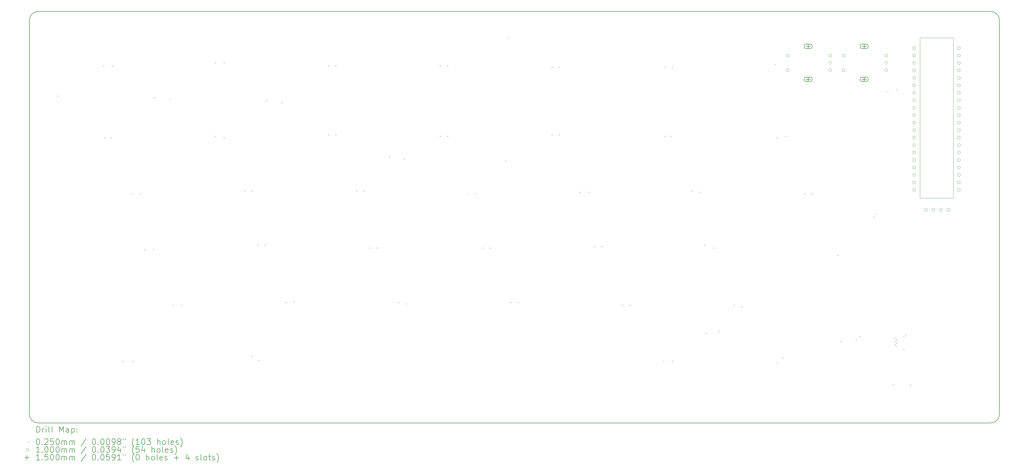
<source format=gbr>
%TF.GenerationSoftware,KiCad,Pcbnew,6.0.11-2627ca5db0~126~ubuntu22.04.1*%
%TF.CreationDate,2023-04-02T11:01:53+08:00*%
%TF.ProjectId,explorekb75,6578706c-6f72-4656-9b62-37352e6b6963,rev?*%
%TF.SameCoordinates,Original*%
%TF.FileFunction,Drillmap*%
%TF.FilePolarity,Positive*%
%FSLAX45Y45*%
G04 Gerber Fmt 4.5, Leading zero omitted, Abs format (unit mm)*
G04 Created by KiCad (PCBNEW 6.0.11-2627ca5db0~126~ubuntu22.04.1) date 2023-04-02 11:01:53*
%MOMM*%
%LPD*%
G01*
G04 APERTURE LIST*
%ADD10C,0.200000*%
%ADD11C,0.100000*%
%ADD12C,0.025000*%
%ADD13C,0.150000*%
G04 APERTURE END LIST*
D10*
X39300000Y-20000000D02*
G75*
G03*
X39600000Y-19700000I0J300000D01*
G01*
X39300000Y-20000000D02*
X6900000Y-20000000D01*
X6600000Y-19700000D02*
G75*
G03*
X6900000Y-20000000I300000J0D01*
G01*
X39600000Y-6300000D02*
G75*
G03*
X39300000Y-6000000I-300000J0D01*
G01*
D11*
X38030000Y-12350000D02*
X36900000Y-12350000D01*
X36900000Y-12350000D02*
X36900000Y-6900000D01*
X36900000Y-6900000D02*
X38030000Y-6900000D01*
X38030000Y-6900000D02*
X38030000Y-12350000D01*
D10*
X39600000Y-6300000D02*
X39600000Y-19700000D01*
X6600000Y-19700000D02*
X6600000Y-6300000D01*
X6900000Y-6000000D02*
X39300000Y-6000000D01*
X6900000Y-6000000D02*
G75*
G03*
X6600000Y-6300000I0J-300000D01*
G01*
D12*
X7560248Y-8862252D02*
X7585248Y-8887252D01*
X7585248Y-8862252D02*
X7560248Y-8887252D01*
X9116249Y-7835000D02*
X9141249Y-7860000D01*
X9141249Y-7835000D02*
X9116249Y-7860000D01*
X9166249Y-10285000D02*
X9191249Y-10310000D01*
X9191249Y-10285000D02*
X9166249Y-10310000D01*
X9366249Y-10285000D02*
X9391249Y-10310000D01*
X9391249Y-10285000D02*
X9366249Y-10310000D01*
X9416249Y-7835000D02*
X9441249Y-7860000D01*
X9441249Y-7835000D02*
X9416249Y-7860000D01*
X9766249Y-17885000D02*
X9791249Y-17910000D01*
X9791249Y-17885000D02*
X9766249Y-17910000D01*
X10066249Y-12185000D02*
X10091249Y-12210000D01*
X10091249Y-12185000D02*
X10066249Y-12210000D01*
X10116249Y-17885000D02*
X10141249Y-17910000D01*
X10141249Y-17885000D02*
X10116249Y-17910000D01*
X10366249Y-12185000D02*
X10391249Y-12210000D01*
X10391249Y-12185000D02*
X10366249Y-12210000D01*
X10516249Y-14085000D02*
X10541249Y-14110000D01*
X10541249Y-14085000D02*
X10516249Y-14110000D01*
X10816249Y-14085000D02*
X10841249Y-14110000D01*
X10841249Y-14085000D02*
X10816249Y-14110000D01*
X10851839Y-8919339D02*
X10876839Y-8944339D01*
X10876839Y-8919339D02*
X10851839Y-8944339D01*
X11370248Y-8977252D02*
X11395248Y-9002252D01*
X11395248Y-8977252D02*
X11370248Y-9002252D01*
X11466248Y-15985000D02*
X11491248Y-16010000D01*
X11491248Y-15985000D02*
X11466248Y-16010000D01*
X11766248Y-15985000D02*
X11791248Y-16010000D01*
X11791248Y-15985000D02*
X11766248Y-16010000D01*
X12916248Y-7735000D02*
X12941248Y-7760000D01*
X12941248Y-7735000D02*
X12916248Y-7760000D01*
X12916248Y-10235000D02*
X12941248Y-10260000D01*
X12941248Y-10235000D02*
X12916248Y-10260000D01*
X13216248Y-7735000D02*
X13241248Y-7760000D01*
X13241248Y-7735000D02*
X13216248Y-7760000D01*
X13216248Y-10285000D02*
X13241248Y-10310000D01*
X13241248Y-10285000D02*
X13216248Y-10310000D01*
X13916248Y-12085000D02*
X13941248Y-12110000D01*
X13941248Y-12085000D02*
X13916248Y-12110000D01*
X14166248Y-12085000D02*
X14191248Y-12110000D01*
X14191248Y-12085000D02*
X14166248Y-12110000D01*
X14171873Y-17729375D02*
X14196873Y-17754375D01*
X14196873Y-17729375D02*
X14171873Y-17754375D01*
X14366248Y-13935000D02*
X14391248Y-13960000D01*
X14391248Y-13935000D02*
X14366248Y-13960000D01*
X14391248Y-17860000D02*
X14416248Y-17885000D01*
X14416248Y-17860000D02*
X14391248Y-17885000D01*
X14616248Y-13935000D02*
X14641248Y-13960000D01*
X14641248Y-13935000D02*
X14616248Y-13960000D01*
X14661839Y-9033161D02*
X14686839Y-9058161D01*
X14686839Y-9033161D02*
X14661839Y-9058161D01*
X15180248Y-9087450D02*
X15205248Y-9112450D01*
X15205248Y-9087450D02*
X15180248Y-9112450D01*
X15316248Y-15885000D02*
X15341248Y-15910000D01*
X15341248Y-15885000D02*
X15316248Y-15910000D01*
X15591248Y-15860000D02*
X15616248Y-15885000D01*
X15616248Y-15860000D02*
X15591248Y-15885000D01*
X16766248Y-7835000D02*
X16791249Y-7860000D01*
X16791249Y-7835000D02*
X16766248Y-7860000D01*
X16766248Y-10185000D02*
X16791249Y-10210000D01*
X16791249Y-10185000D02*
X16766248Y-10210000D01*
X17016249Y-7835000D02*
X17041249Y-7860000D01*
X17041249Y-7835000D02*
X17016249Y-7860000D01*
X17016249Y-10185000D02*
X17041249Y-10210000D01*
X17041249Y-10185000D02*
X17016249Y-10210000D01*
X17716249Y-12085000D02*
X17741249Y-12110000D01*
X17741249Y-12085000D02*
X17716249Y-12110000D01*
X17966249Y-12085000D02*
X17991249Y-12110000D01*
X17991249Y-12085000D02*
X17966249Y-12110000D01*
X18166249Y-14035000D02*
X18191249Y-14060000D01*
X18191249Y-14035000D02*
X18166249Y-14060000D01*
X18416249Y-14035000D02*
X18441249Y-14060000D01*
X18441249Y-14035000D02*
X18416249Y-14060000D01*
X18837249Y-10937751D02*
X18862249Y-10962751D01*
X18862249Y-10937751D02*
X18837249Y-10962751D01*
X19166249Y-15885000D02*
X19191249Y-15910000D01*
X19191249Y-15885000D02*
X19166249Y-15910000D01*
X19340624Y-11009376D02*
X19365624Y-11034376D01*
X19365624Y-11009376D02*
X19340624Y-11034376D01*
X19416249Y-15935000D02*
X19441249Y-15960000D01*
X19441249Y-15935000D02*
X19416249Y-15960000D01*
X20566249Y-7835000D02*
X20591249Y-7860000D01*
X20591249Y-7835000D02*
X20566249Y-7860000D01*
X20566249Y-10235000D02*
X20591249Y-10260000D01*
X20591249Y-10235000D02*
X20566249Y-10260000D01*
X20816249Y-7835000D02*
X20841249Y-7860000D01*
X20841249Y-7835000D02*
X20816249Y-7860000D01*
X20816249Y-10235000D02*
X20841249Y-10260000D01*
X20841249Y-10235000D02*
X20816249Y-10260000D01*
X21516249Y-12185000D02*
X21541249Y-12210000D01*
X21541249Y-12185000D02*
X21516249Y-12210000D01*
X21766249Y-12185000D02*
X21791249Y-12210000D01*
X21791249Y-12185000D02*
X21766249Y-12210000D01*
X22016249Y-14035000D02*
X22041249Y-14060000D01*
X22041249Y-14035000D02*
X22016249Y-14060000D01*
X22266249Y-14035000D02*
X22291249Y-14060000D01*
X22291249Y-14035000D02*
X22266249Y-14060000D01*
X22792249Y-11082751D02*
X22817249Y-11107751D01*
X22817249Y-11082751D02*
X22792249Y-11107751D01*
X22887500Y-6887500D02*
X22912500Y-6912500D01*
X22912500Y-6887500D02*
X22887500Y-6912500D01*
X22966248Y-15885000D02*
X22991248Y-15910000D01*
X22991248Y-15885000D02*
X22966248Y-15910000D01*
X23216248Y-15885000D02*
X23241248Y-15910000D01*
X23241248Y-15885000D02*
X23216248Y-15910000D01*
X24366248Y-7885000D02*
X24391248Y-7910000D01*
X24391248Y-7885000D02*
X24366248Y-7910000D01*
X24366248Y-10185000D02*
X24391248Y-10210000D01*
X24391248Y-10185000D02*
X24366248Y-10210000D01*
X24616248Y-7885000D02*
X24641248Y-7910000D01*
X24641248Y-7885000D02*
X24616248Y-7910000D01*
X24616248Y-10185000D02*
X24641248Y-10210000D01*
X24641248Y-10185000D02*
X24616248Y-10210000D01*
X25316248Y-12135000D02*
X25341248Y-12160000D01*
X25341248Y-12135000D02*
X25316248Y-12160000D01*
X25616248Y-12135000D02*
X25641248Y-12160000D01*
X25641248Y-12135000D02*
X25616248Y-12160000D01*
X25816248Y-13985000D02*
X25841248Y-14010000D01*
X25841248Y-13985000D02*
X25816248Y-14010000D01*
X26066248Y-13985000D02*
X26091248Y-14010000D01*
X26091248Y-13985000D02*
X26066248Y-14010000D01*
X26766248Y-15985000D02*
X26791248Y-16010000D01*
X26791248Y-15985000D02*
X26766248Y-16010000D01*
X27016248Y-15985000D02*
X27041248Y-16010000D01*
X27041248Y-15985000D02*
X27016248Y-16010000D01*
X28166248Y-17885000D02*
X28191248Y-17910000D01*
X28191248Y-17885000D02*
X28166248Y-17910000D01*
X28216248Y-7885000D02*
X28241248Y-7910000D01*
X28241248Y-7885000D02*
X28216248Y-7910000D01*
X28216248Y-10235000D02*
X28241248Y-10260000D01*
X28241248Y-10235000D02*
X28216248Y-10260000D01*
X28416248Y-10235000D02*
X28441248Y-10260000D01*
X28441248Y-10235000D02*
X28416248Y-10260000D01*
X28466248Y-7885000D02*
X28491248Y-7910000D01*
X28491248Y-7885000D02*
X28466248Y-7910000D01*
X28466248Y-17885000D02*
X28491248Y-17910000D01*
X28491248Y-17885000D02*
X28466248Y-17910000D01*
X29116248Y-12085000D02*
X29141248Y-12110000D01*
X29141248Y-12085000D02*
X29116248Y-12110000D01*
X29416248Y-12135000D02*
X29441248Y-12160000D01*
X29441248Y-12135000D02*
X29416248Y-12160000D01*
X29566248Y-13935000D02*
X29591248Y-13960000D01*
X29591248Y-13935000D02*
X29566248Y-13960000D01*
X29613248Y-16935000D02*
X29638248Y-16960000D01*
X29638248Y-16935000D02*
X29613248Y-16960000D01*
X29866248Y-14035000D02*
X29891248Y-14060000D01*
X29891248Y-14035000D02*
X29866248Y-14060000D01*
X30053124Y-16871876D02*
X30078124Y-16896876D01*
X30078124Y-16871876D02*
X30053124Y-16896876D01*
X30566248Y-15985000D02*
X30591248Y-16010000D01*
X30591248Y-15985000D02*
X30566248Y-16010000D01*
X30816248Y-16035000D02*
X30841248Y-16060000D01*
X30841248Y-16035000D02*
X30816248Y-16060000D01*
X31966248Y-7785000D02*
X31991248Y-7810000D01*
X31991248Y-7785000D02*
X31966248Y-7810000D01*
X32016248Y-10285000D02*
X32041248Y-10310000D01*
X32041248Y-10285000D02*
X32016248Y-10310000D01*
X32031248Y-17935000D02*
X32056248Y-17960000D01*
X32056248Y-17935000D02*
X32031248Y-17960000D01*
X32216248Y-17785000D02*
X32241248Y-17810000D01*
X32241248Y-17785000D02*
X32216248Y-17810000D01*
X32316248Y-10235000D02*
X32341248Y-10260000D01*
X32341248Y-10235000D02*
X32316248Y-10260000D01*
X32966248Y-12185000D02*
X32991248Y-12210000D01*
X32991248Y-12185000D02*
X32966248Y-12210000D01*
X33216248Y-12185000D02*
X33241248Y-12210000D01*
X33241248Y-12185000D02*
X33216248Y-12210000D01*
X34082500Y-14282500D02*
X34107500Y-14307500D01*
X34107500Y-14282500D02*
X34082500Y-14307500D01*
X34192749Y-17212600D02*
X34217749Y-17237600D01*
X34217749Y-17212600D02*
X34192749Y-17237600D01*
X34712749Y-17155150D02*
X34737749Y-17180150D01*
X34737749Y-17155150D02*
X34712749Y-17180150D01*
X34837500Y-17037500D02*
X34862500Y-17062500D01*
X34862500Y-17037500D02*
X34837500Y-17062500D01*
X35316249Y-12985000D02*
X35341249Y-13010000D01*
X35341249Y-12985000D02*
X35316249Y-13010000D01*
X35373699Y-12887500D02*
X35398699Y-12912500D01*
X35398699Y-12887500D02*
X35373699Y-12912500D01*
X35787500Y-8712500D02*
X35812500Y-8737500D01*
X35812500Y-8712500D02*
X35787500Y-8737500D01*
X35966249Y-18685000D02*
X35991249Y-18710000D01*
X35991249Y-18685000D02*
X35966249Y-18710000D01*
X36023256Y-17097700D02*
X36048256Y-17122700D01*
X36048256Y-17097700D02*
X36023256Y-17122700D01*
X36037500Y-17212600D02*
X36062500Y-17237600D01*
X36062500Y-17212600D02*
X36037500Y-17237600D01*
X36037500Y-17330050D02*
X36062500Y-17355050D01*
X36062500Y-17330050D02*
X36037500Y-17355050D01*
X36087500Y-8637500D02*
X36112500Y-8662500D01*
X36112500Y-8637500D02*
X36087500Y-8662500D01*
X36087500Y-17387500D02*
X36112500Y-17412500D01*
X36112500Y-17387500D02*
X36087500Y-17412500D01*
X36088189Y-17270050D02*
X36113189Y-17295050D01*
X36113189Y-17270050D02*
X36088189Y-17295050D01*
X36089494Y-17155150D02*
X36114494Y-17180150D01*
X36114494Y-17155150D02*
X36089494Y-17180150D01*
X36337500Y-17037500D02*
X36362500Y-17062500D01*
X36362500Y-17037500D02*
X36337500Y-17062500D01*
X36337500Y-17487500D02*
X36362500Y-17512500D01*
X36362500Y-17487500D02*
X36337500Y-17512500D01*
X36394950Y-16980050D02*
X36419950Y-17005050D01*
X36419950Y-16980050D02*
X36394950Y-17005050D01*
X36566249Y-18685000D02*
X36591249Y-18710000D01*
X36591249Y-18685000D02*
X36566249Y-18710000D01*
D11*
X32443748Y-7497500D02*
G75*
G03*
X32443748Y-7497500I-50000J0D01*
G01*
X32443748Y-7997500D02*
G75*
G03*
X32443748Y-7997500I-50000J0D01*
G01*
X33893749Y-7497500D02*
G75*
G03*
X33893749Y-7497500I-50000J0D01*
G01*
X33893749Y-7747500D02*
G75*
G03*
X33893749Y-7747500I-50000J0D01*
G01*
X33893749Y-7997500D02*
G75*
G03*
X33893749Y-7997500I-50000J0D01*
G01*
X34348749Y-7497500D02*
G75*
G03*
X34348749Y-7497500I-50000J0D01*
G01*
X34348749Y-7997500D02*
G75*
G03*
X34348749Y-7997500I-50000J0D01*
G01*
X35798749Y-7497500D02*
G75*
G03*
X35798749Y-7497500I-50000J0D01*
G01*
X35798749Y-7747500D02*
G75*
G03*
X35798749Y-7747500I-50000J0D01*
G01*
X35798749Y-7997500D02*
G75*
G03*
X35798749Y-7997500I-50000J0D01*
G01*
X36750500Y-7244500D02*
G75*
G03*
X36750500Y-7244500I-50000J0D01*
G01*
X36750500Y-7498500D02*
G75*
G03*
X36750500Y-7498500I-50000J0D01*
G01*
X36750500Y-7752500D02*
G75*
G03*
X36750500Y-7752500I-50000J0D01*
G01*
X36750500Y-8006500D02*
G75*
G03*
X36750500Y-8006500I-50000J0D01*
G01*
X36750500Y-8260500D02*
G75*
G03*
X36750500Y-8260500I-50000J0D01*
G01*
X36750500Y-8514500D02*
G75*
G03*
X36750500Y-8514500I-50000J0D01*
G01*
X36750500Y-8768500D02*
G75*
G03*
X36750500Y-8768500I-50000J0D01*
G01*
X36750500Y-9022500D02*
G75*
G03*
X36750500Y-9022500I-50000J0D01*
G01*
X36750500Y-9276500D02*
G75*
G03*
X36750500Y-9276500I-50000J0D01*
G01*
X36750500Y-9530500D02*
G75*
G03*
X36750500Y-9530500I-50000J0D01*
G01*
X36750500Y-9784500D02*
G75*
G03*
X36750500Y-9784500I-50000J0D01*
G01*
X36750500Y-10038500D02*
G75*
G03*
X36750500Y-10038500I-50000J0D01*
G01*
X36750500Y-10292500D02*
G75*
G03*
X36750500Y-10292500I-50000J0D01*
G01*
X36750500Y-10546500D02*
G75*
G03*
X36750500Y-10546500I-50000J0D01*
G01*
X36750500Y-10800500D02*
G75*
G03*
X36750500Y-10800500I-50000J0D01*
G01*
X36750500Y-11054500D02*
G75*
G03*
X36750500Y-11054500I-50000J0D01*
G01*
X36750500Y-11308500D02*
G75*
G03*
X36750500Y-11308500I-50000J0D01*
G01*
X36750500Y-11562500D02*
G75*
G03*
X36750500Y-11562500I-50000J0D01*
G01*
X36750500Y-11816500D02*
G75*
G03*
X36750500Y-11816500I-50000J0D01*
G01*
X36750500Y-12070500D02*
G75*
G03*
X36750500Y-12070500I-50000J0D01*
G01*
X37150000Y-12750000D02*
G75*
G03*
X37150000Y-12750000I-50000J0D01*
G01*
X37404000Y-12750000D02*
G75*
G03*
X37404000Y-12750000I-50000J0D01*
G01*
X37658000Y-12750000D02*
G75*
G03*
X37658000Y-12750000I-50000J0D01*
G01*
X37912000Y-12750000D02*
G75*
G03*
X37912000Y-12750000I-50000J0D01*
G01*
X38274500Y-7244500D02*
G75*
G03*
X38274500Y-7244500I-50000J0D01*
G01*
X38274500Y-7498500D02*
G75*
G03*
X38274500Y-7498500I-50000J0D01*
G01*
X38274500Y-7752500D02*
G75*
G03*
X38274500Y-7752500I-50000J0D01*
G01*
X38274500Y-8006500D02*
G75*
G03*
X38274500Y-8006500I-50000J0D01*
G01*
X38274500Y-8260500D02*
G75*
G03*
X38274500Y-8260500I-50000J0D01*
G01*
X38274500Y-8514500D02*
G75*
G03*
X38274500Y-8514500I-50000J0D01*
G01*
X38274500Y-8768500D02*
G75*
G03*
X38274500Y-8768500I-50000J0D01*
G01*
X38274500Y-9022500D02*
G75*
G03*
X38274500Y-9022500I-50000J0D01*
G01*
X38274500Y-9276500D02*
G75*
G03*
X38274500Y-9276500I-50000J0D01*
G01*
X38274500Y-9530500D02*
G75*
G03*
X38274500Y-9530500I-50000J0D01*
G01*
X38274500Y-9784500D02*
G75*
G03*
X38274500Y-9784500I-50000J0D01*
G01*
X38274500Y-10038500D02*
G75*
G03*
X38274500Y-10038500I-50000J0D01*
G01*
X38274500Y-10292500D02*
G75*
G03*
X38274500Y-10292500I-50000J0D01*
G01*
X38274500Y-10546500D02*
G75*
G03*
X38274500Y-10546500I-50000J0D01*
G01*
X38274500Y-10800500D02*
G75*
G03*
X38274500Y-10800500I-50000J0D01*
G01*
X38274500Y-11054500D02*
G75*
G03*
X38274500Y-11054500I-50000J0D01*
G01*
X38274500Y-11308500D02*
G75*
G03*
X38274500Y-11308500I-50000J0D01*
G01*
X38274500Y-11562500D02*
G75*
G03*
X38274500Y-11562500I-50000J0D01*
G01*
X38274500Y-11816500D02*
G75*
G03*
X38274500Y-11816500I-50000J0D01*
G01*
X38274500Y-12070500D02*
G75*
G03*
X38274500Y-12070500I-50000J0D01*
G01*
D13*
X33093748Y-7112500D02*
X33093748Y-7262500D01*
X33018748Y-7187500D02*
X33168748Y-7187500D01*
D10*
X33158748Y-7112500D02*
X33028748Y-7112500D01*
X33158748Y-7262500D02*
X33028748Y-7262500D01*
X33028748Y-7112500D02*
G75*
G03*
X33028748Y-7262500I0J-75000D01*
G01*
X33158748Y-7262500D02*
G75*
G03*
X33158748Y-7112500I0J75000D01*
G01*
D13*
X33093748Y-8232500D02*
X33093748Y-8382500D01*
X33018748Y-8307500D02*
X33168748Y-8307500D01*
D10*
X33158748Y-8232500D02*
X33028748Y-8232500D01*
X33158748Y-8382500D02*
X33028748Y-8382500D01*
X33028748Y-8232500D02*
G75*
G03*
X33028748Y-8382500I0J-75000D01*
G01*
X33158748Y-8382500D02*
G75*
G03*
X33158748Y-8232500I0J75000D01*
G01*
D13*
X34998749Y-7112500D02*
X34998749Y-7262500D01*
X34923749Y-7187500D02*
X35073749Y-7187500D01*
D10*
X35063749Y-7112500D02*
X34933749Y-7112500D01*
X35063749Y-7262500D02*
X34933749Y-7262500D01*
X34933749Y-7112500D02*
G75*
G03*
X34933749Y-7262500I0J-75000D01*
G01*
X35063749Y-7262500D02*
G75*
G03*
X35063749Y-7112500I0J75000D01*
G01*
D13*
X34998749Y-8232500D02*
X34998749Y-8382500D01*
X34923749Y-8307500D02*
X35073749Y-8307500D01*
D10*
X35063749Y-8232500D02*
X34933749Y-8232500D01*
X35063749Y-8382500D02*
X34933749Y-8382500D01*
X34933749Y-8232500D02*
G75*
G03*
X34933749Y-8382500I0J-75000D01*
G01*
X35063749Y-8382500D02*
G75*
G03*
X35063749Y-8232500I0J75000D01*
G01*
X6847619Y-20320476D02*
X6847619Y-20120476D01*
X6895238Y-20120476D01*
X6923809Y-20130000D01*
X6942857Y-20149048D01*
X6952381Y-20168095D01*
X6961905Y-20206190D01*
X6961905Y-20234762D01*
X6952381Y-20272857D01*
X6942857Y-20291905D01*
X6923809Y-20310952D01*
X6895238Y-20320476D01*
X6847619Y-20320476D01*
X7047619Y-20320476D02*
X7047619Y-20187143D01*
X7047619Y-20225238D02*
X7057143Y-20206190D01*
X7066667Y-20196667D01*
X7085714Y-20187143D01*
X7104762Y-20187143D01*
X7171428Y-20320476D02*
X7171428Y-20187143D01*
X7171428Y-20120476D02*
X7161905Y-20130000D01*
X7171428Y-20139524D01*
X7180952Y-20130000D01*
X7171428Y-20120476D01*
X7171428Y-20139524D01*
X7295238Y-20320476D02*
X7276190Y-20310952D01*
X7266667Y-20291905D01*
X7266667Y-20120476D01*
X7400000Y-20320476D02*
X7380952Y-20310952D01*
X7371428Y-20291905D01*
X7371428Y-20120476D01*
X7628571Y-20320476D02*
X7628571Y-20120476D01*
X7695238Y-20263333D01*
X7761905Y-20120476D01*
X7761905Y-20320476D01*
X7942857Y-20320476D02*
X7942857Y-20215714D01*
X7933333Y-20196667D01*
X7914286Y-20187143D01*
X7876190Y-20187143D01*
X7857143Y-20196667D01*
X7942857Y-20310952D02*
X7923809Y-20320476D01*
X7876190Y-20320476D01*
X7857143Y-20310952D01*
X7847619Y-20291905D01*
X7847619Y-20272857D01*
X7857143Y-20253810D01*
X7876190Y-20244286D01*
X7923809Y-20244286D01*
X7942857Y-20234762D01*
X8038095Y-20187143D02*
X8038095Y-20387143D01*
X8038095Y-20196667D02*
X8057143Y-20187143D01*
X8095238Y-20187143D01*
X8114286Y-20196667D01*
X8123809Y-20206190D01*
X8133333Y-20225238D01*
X8133333Y-20282381D01*
X8123809Y-20301429D01*
X8114286Y-20310952D01*
X8095238Y-20320476D01*
X8057143Y-20320476D01*
X8038095Y-20310952D01*
X8219048Y-20301429D02*
X8228571Y-20310952D01*
X8219048Y-20320476D01*
X8209524Y-20310952D01*
X8219048Y-20301429D01*
X8219048Y-20320476D01*
X8219048Y-20196667D02*
X8228571Y-20206190D01*
X8219048Y-20215714D01*
X8209524Y-20206190D01*
X8219048Y-20196667D01*
X8219048Y-20215714D01*
D12*
X6565000Y-20637500D02*
X6590000Y-20662500D01*
X6590000Y-20637500D02*
X6565000Y-20662500D01*
D10*
X6885714Y-20540476D02*
X6904762Y-20540476D01*
X6923809Y-20550000D01*
X6933333Y-20559524D01*
X6942857Y-20578571D01*
X6952381Y-20616667D01*
X6952381Y-20664286D01*
X6942857Y-20702381D01*
X6933333Y-20721429D01*
X6923809Y-20730952D01*
X6904762Y-20740476D01*
X6885714Y-20740476D01*
X6866667Y-20730952D01*
X6857143Y-20721429D01*
X6847619Y-20702381D01*
X6838095Y-20664286D01*
X6838095Y-20616667D01*
X6847619Y-20578571D01*
X6857143Y-20559524D01*
X6866667Y-20550000D01*
X6885714Y-20540476D01*
X7038095Y-20721429D02*
X7047619Y-20730952D01*
X7038095Y-20740476D01*
X7028571Y-20730952D01*
X7038095Y-20721429D01*
X7038095Y-20740476D01*
X7123809Y-20559524D02*
X7133333Y-20550000D01*
X7152381Y-20540476D01*
X7200000Y-20540476D01*
X7219048Y-20550000D01*
X7228571Y-20559524D01*
X7238095Y-20578571D01*
X7238095Y-20597619D01*
X7228571Y-20626190D01*
X7114286Y-20740476D01*
X7238095Y-20740476D01*
X7419048Y-20540476D02*
X7323809Y-20540476D01*
X7314286Y-20635714D01*
X7323809Y-20626190D01*
X7342857Y-20616667D01*
X7390476Y-20616667D01*
X7409524Y-20626190D01*
X7419048Y-20635714D01*
X7428571Y-20654762D01*
X7428571Y-20702381D01*
X7419048Y-20721429D01*
X7409524Y-20730952D01*
X7390476Y-20740476D01*
X7342857Y-20740476D01*
X7323809Y-20730952D01*
X7314286Y-20721429D01*
X7552381Y-20540476D02*
X7571428Y-20540476D01*
X7590476Y-20550000D01*
X7600000Y-20559524D01*
X7609524Y-20578571D01*
X7619048Y-20616667D01*
X7619048Y-20664286D01*
X7609524Y-20702381D01*
X7600000Y-20721429D01*
X7590476Y-20730952D01*
X7571428Y-20740476D01*
X7552381Y-20740476D01*
X7533333Y-20730952D01*
X7523809Y-20721429D01*
X7514286Y-20702381D01*
X7504762Y-20664286D01*
X7504762Y-20616667D01*
X7514286Y-20578571D01*
X7523809Y-20559524D01*
X7533333Y-20550000D01*
X7552381Y-20540476D01*
X7704762Y-20740476D02*
X7704762Y-20607143D01*
X7704762Y-20626190D02*
X7714286Y-20616667D01*
X7733333Y-20607143D01*
X7761905Y-20607143D01*
X7780952Y-20616667D01*
X7790476Y-20635714D01*
X7790476Y-20740476D01*
X7790476Y-20635714D02*
X7800000Y-20616667D01*
X7819048Y-20607143D01*
X7847619Y-20607143D01*
X7866667Y-20616667D01*
X7876190Y-20635714D01*
X7876190Y-20740476D01*
X7971428Y-20740476D02*
X7971428Y-20607143D01*
X7971428Y-20626190D02*
X7980952Y-20616667D01*
X8000000Y-20607143D01*
X8028571Y-20607143D01*
X8047619Y-20616667D01*
X8057143Y-20635714D01*
X8057143Y-20740476D01*
X8057143Y-20635714D02*
X8066667Y-20616667D01*
X8085714Y-20607143D01*
X8114286Y-20607143D01*
X8133333Y-20616667D01*
X8142857Y-20635714D01*
X8142857Y-20740476D01*
X8533333Y-20530952D02*
X8361905Y-20788095D01*
X8790476Y-20540476D02*
X8809524Y-20540476D01*
X8828571Y-20550000D01*
X8838095Y-20559524D01*
X8847619Y-20578571D01*
X8857143Y-20616667D01*
X8857143Y-20664286D01*
X8847619Y-20702381D01*
X8838095Y-20721429D01*
X8828571Y-20730952D01*
X8809524Y-20740476D01*
X8790476Y-20740476D01*
X8771429Y-20730952D01*
X8761905Y-20721429D01*
X8752381Y-20702381D01*
X8742857Y-20664286D01*
X8742857Y-20616667D01*
X8752381Y-20578571D01*
X8761905Y-20559524D01*
X8771429Y-20550000D01*
X8790476Y-20540476D01*
X8942857Y-20721429D02*
X8952381Y-20730952D01*
X8942857Y-20740476D01*
X8933333Y-20730952D01*
X8942857Y-20721429D01*
X8942857Y-20740476D01*
X9076190Y-20540476D02*
X9095238Y-20540476D01*
X9114286Y-20550000D01*
X9123810Y-20559524D01*
X9133333Y-20578571D01*
X9142857Y-20616667D01*
X9142857Y-20664286D01*
X9133333Y-20702381D01*
X9123810Y-20721429D01*
X9114286Y-20730952D01*
X9095238Y-20740476D01*
X9076190Y-20740476D01*
X9057143Y-20730952D01*
X9047619Y-20721429D01*
X9038095Y-20702381D01*
X9028571Y-20664286D01*
X9028571Y-20616667D01*
X9038095Y-20578571D01*
X9047619Y-20559524D01*
X9057143Y-20550000D01*
X9076190Y-20540476D01*
X9266667Y-20540476D02*
X9285714Y-20540476D01*
X9304762Y-20550000D01*
X9314286Y-20559524D01*
X9323810Y-20578571D01*
X9333333Y-20616667D01*
X9333333Y-20664286D01*
X9323810Y-20702381D01*
X9314286Y-20721429D01*
X9304762Y-20730952D01*
X9285714Y-20740476D01*
X9266667Y-20740476D01*
X9247619Y-20730952D01*
X9238095Y-20721429D01*
X9228571Y-20702381D01*
X9219048Y-20664286D01*
X9219048Y-20616667D01*
X9228571Y-20578571D01*
X9238095Y-20559524D01*
X9247619Y-20550000D01*
X9266667Y-20540476D01*
X9428571Y-20740476D02*
X9466667Y-20740476D01*
X9485714Y-20730952D01*
X9495238Y-20721429D01*
X9514286Y-20692857D01*
X9523810Y-20654762D01*
X9523810Y-20578571D01*
X9514286Y-20559524D01*
X9504762Y-20550000D01*
X9485714Y-20540476D01*
X9447619Y-20540476D01*
X9428571Y-20550000D01*
X9419048Y-20559524D01*
X9409524Y-20578571D01*
X9409524Y-20626190D01*
X9419048Y-20645238D01*
X9428571Y-20654762D01*
X9447619Y-20664286D01*
X9485714Y-20664286D01*
X9504762Y-20654762D01*
X9514286Y-20645238D01*
X9523810Y-20626190D01*
X9638095Y-20626190D02*
X9619048Y-20616667D01*
X9609524Y-20607143D01*
X9600000Y-20588095D01*
X9600000Y-20578571D01*
X9609524Y-20559524D01*
X9619048Y-20550000D01*
X9638095Y-20540476D01*
X9676190Y-20540476D01*
X9695238Y-20550000D01*
X9704762Y-20559524D01*
X9714286Y-20578571D01*
X9714286Y-20588095D01*
X9704762Y-20607143D01*
X9695238Y-20616667D01*
X9676190Y-20626190D01*
X9638095Y-20626190D01*
X9619048Y-20635714D01*
X9609524Y-20645238D01*
X9600000Y-20664286D01*
X9600000Y-20702381D01*
X9609524Y-20721429D01*
X9619048Y-20730952D01*
X9638095Y-20740476D01*
X9676190Y-20740476D01*
X9695238Y-20730952D01*
X9704762Y-20721429D01*
X9714286Y-20702381D01*
X9714286Y-20664286D01*
X9704762Y-20645238D01*
X9695238Y-20635714D01*
X9676190Y-20626190D01*
X9790476Y-20540476D02*
X9790476Y-20578571D01*
X9866667Y-20540476D02*
X9866667Y-20578571D01*
X10161905Y-20816667D02*
X10152381Y-20807143D01*
X10133333Y-20778571D01*
X10123810Y-20759524D01*
X10114286Y-20730952D01*
X10104762Y-20683333D01*
X10104762Y-20645238D01*
X10114286Y-20597619D01*
X10123810Y-20569048D01*
X10133333Y-20550000D01*
X10152381Y-20521429D01*
X10161905Y-20511905D01*
X10342857Y-20740476D02*
X10228571Y-20740476D01*
X10285714Y-20740476D02*
X10285714Y-20540476D01*
X10266667Y-20569048D01*
X10247619Y-20588095D01*
X10228571Y-20597619D01*
X10466667Y-20540476D02*
X10485714Y-20540476D01*
X10504762Y-20550000D01*
X10514286Y-20559524D01*
X10523810Y-20578571D01*
X10533333Y-20616667D01*
X10533333Y-20664286D01*
X10523810Y-20702381D01*
X10514286Y-20721429D01*
X10504762Y-20730952D01*
X10485714Y-20740476D01*
X10466667Y-20740476D01*
X10447619Y-20730952D01*
X10438095Y-20721429D01*
X10428571Y-20702381D01*
X10419048Y-20664286D01*
X10419048Y-20616667D01*
X10428571Y-20578571D01*
X10438095Y-20559524D01*
X10447619Y-20550000D01*
X10466667Y-20540476D01*
X10600000Y-20540476D02*
X10723810Y-20540476D01*
X10657143Y-20616667D01*
X10685714Y-20616667D01*
X10704762Y-20626190D01*
X10714286Y-20635714D01*
X10723810Y-20654762D01*
X10723810Y-20702381D01*
X10714286Y-20721429D01*
X10704762Y-20730952D01*
X10685714Y-20740476D01*
X10628571Y-20740476D01*
X10609524Y-20730952D01*
X10600000Y-20721429D01*
X10961905Y-20740476D02*
X10961905Y-20540476D01*
X11047619Y-20740476D02*
X11047619Y-20635714D01*
X11038095Y-20616667D01*
X11019048Y-20607143D01*
X10990476Y-20607143D01*
X10971429Y-20616667D01*
X10961905Y-20626190D01*
X11171429Y-20740476D02*
X11152381Y-20730952D01*
X11142857Y-20721429D01*
X11133333Y-20702381D01*
X11133333Y-20645238D01*
X11142857Y-20626190D01*
X11152381Y-20616667D01*
X11171429Y-20607143D01*
X11200000Y-20607143D01*
X11219048Y-20616667D01*
X11228571Y-20626190D01*
X11238095Y-20645238D01*
X11238095Y-20702381D01*
X11228571Y-20721429D01*
X11219048Y-20730952D01*
X11200000Y-20740476D01*
X11171429Y-20740476D01*
X11352381Y-20740476D02*
X11333333Y-20730952D01*
X11323809Y-20711905D01*
X11323809Y-20540476D01*
X11504762Y-20730952D02*
X11485714Y-20740476D01*
X11447619Y-20740476D01*
X11428571Y-20730952D01*
X11419048Y-20711905D01*
X11419048Y-20635714D01*
X11428571Y-20616667D01*
X11447619Y-20607143D01*
X11485714Y-20607143D01*
X11504762Y-20616667D01*
X11514286Y-20635714D01*
X11514286Y-20654762D01*
X11419048Y-20673810D01*
X11590476Y-20730952D02*
X11609524Y-20740476D01*
X11647619Y-20740476D01*
X11666667Y-20730952D01*
X11676190Y-20711905D01*
X11676190Y-20702381D01*
X11666667Y-20683333D01*
X11647619Y-20673810D01*
X11619048Y-20673810D01*
X11600000Y-20664286D01*
X11590476Y-20645238D01*
X11590476Y-20635714D01*
X11600000Y-20616667D01*
X11619048Y-20607143D01*
X11647619Y-20607143D01*
X11666667Y-20616667D01*
X11742857Y-20816667D02*
X11752381Y-20807143D01*
X11771428Y-20778571D01*
X11780952Y-20759524D01*
X11790476Y-20730952D01*
X11800000Y-20683333D01*
X11800000Y-20645238D01*
X11790476Y-20597619D01*
X11780952Y-20569048D01*
X11771428Y-20550000D01*
X11752381Y-20521429D01*
X11742857Y-20511905D01*
D11*
X6590000Y-20914000D02*
G75*
G03*
X6590000Y-20914000I-50000J0D01*
G01*
D10*
X6952381Y-21004476D02*
X6838095Y-21004476D01*
X6895238Y-21004476D02*
X6895238Y-20804476D01*
X6876190Y-20833048D01*
X6857143Y-20852095D01*
X6838095Y-20861619D01*
X7038095Y-20985429D02*
X7047619Y-20994952D01*
X7038095Y-21004476D01*
X7028571Y-20994952D01*
X7038095Y-20985429D01*
X7038095Y-21004476D01*
X7171428Y-20804476D02*
X7190476Y-20804476D01*
X7209524Y-20814000D01*
X7219048Y-20823524D01*
X7228571Y-20842571D01*
X7238095Y-20880667D01*
X7238095Y-20928286D01*
X7228571Y-20966381D01*
X7219048Y-20985429D01*
X7209524Y-20994952D01*
X7190476Y-21004476D01*
X7171428Y-21004476D01*
X7152381Y-20994952D01*
X7142857Y-20985429D01*
X7133333Y-20966381D01*
X7123809Y-20928286D01*
X7123809Y-20880667D01*
X7133333Y-20842571D01*
X7142857Y-20823524D01*
X7152381Y-20814000D01*
X7171428Y-20804476D01*
X7361905Y-20804476D02*
X7380952Y-20804476D01*
X7400000Y-20814000D01*
X7409524Y-20823524D01*
X7419048Y-20842571D01*
X7428571Y-20880667D01*
X7428571Y-20928286D01*
X7419048Y-20966381D01*
X7409524Y-20985429D01*
X7400000Y-20994952D01*
X7380952Y-21004476D01*
X7361905Y-21004476D01*
X7342857Y-20994952D01*
X7333333Y-20985429D01*
X7323809Y-20966381D01*
X7314286Y-20928286D01*
X7314286Y-20880667D01*
X7323809Y-20842571D01*
X7333333Y-20823524D01*
X7342857Y-20814000D01*
X7361905Y-20804476D01*
X7552381Y-20804476D02*
X7571428Y-20804476D01*
X7590476Y-20814000D01*
X7600000Y-20823524D01*
X7609524Y-20842571D01*
X7619048Y-20880667D01*
X7619048Y-20928286D01*
X7609524Y-20966381D01*
X7600000Y-20985429D01*
X7590476Y-20994952D01*
X7571428Y-21004476D01*
X7552381Y-21004476D01*
X7533333Y-20994952D01*
X7523809Y-20985429D01*
X7514286Y-20966381D01*
X7504762Y-20928286D01*
X7504762Y-20880667D01*
X7514286Y-20842571D01*
X7523809Y-20823524D01*
X7533333Y-20814000D01*
X7552381Y-20804476D01*
X7704762Y-21004476D02*
X7704762Y-20871143D01*
X7704762Y-20890190D02*
X7714286Y-20880667D01*
X7733333Y-20871143D01*
X7761905Y-20871143D01*
X7780952Y-20880667D01*
X7790476Y-20899714D01*
X7790476Y-21004476D01*
X7790476Y-20899714D02*
X7800000Y-20880667D01*
X7819048Y-20871143D01*
X7847619Y-20871143D01*
X7866667Y-20880667D01*
X7876190Y-20899714D01*
X7876190Y-21004476D01*
X7971428Y-21004476D02*
X7971428Y-20871143D01*
X7971428Y-20890190D02*
X7980952Y-20880667D01*
X8000000Y-20871143D01*
X8028571Y-20871143D01*
X8047619Y-20880667D01*
X8057143Y-20899714D01*
X8057143Y-21004476D01*
X8057143Y-20899714D02*
X8066667Y-20880667D01*
X8085714Y-20871143D01*
X8114286Y-20871143D01*
X8133333Y-20880667D01*
X8142857Y-20899714D01*
X8142857Y-21004476D01*
X8533333Y-20794952D02*
X8361905Y-21052095D01*
X8790476Y-20804476D02*
X8809524Y-20804476D01*
X8828571Y-20814000D01*
X8838095Y-20823524D01*
X8847619Y-20842571D01*
X8857143Y-20880667D01*
X8857143Y-20928286D01*
X8847619Y-20966381D01*
X8838095Y-20985429D01*
X8828571Y-20994952D01*
X8809524Y-21004476D01*
X8790476Y-21004476D01*
X8771429Y-20994952D01*
X8761905Y-20985429D01*
X8752381Y-20966381D01*
X8742857Y-20928286D01*
X8742857Y-20880667D01*
X8752381Y-20842571D01*
X8761905Y-20823524D01*
X8771429Y-20814000D01*
X8790476Y-20804476D01*
X8942857Y-20985429D02*
X8952381Y-20994952D01*
X8942857Y-21004476D01*
X8933333Y-20994952D01*
X8942857Y-20985429D01*
X8942857Y-21004476D01*
X9076190Y-20804476D02*
X9095238Y-20804476D01*
X9114286Y-20814000D01*
X9123810Y-20823524D01*
X9133333Y-20842571D01*
X9142857Y-20880667D01*
X9142857Y-20928286D01*
X9133333Y-20966381D01*
X9123810Y-20985429D01*
X9114286Y-20994952D01*
X9095238Y-21004476D01*
X9076190Y-21004476D01*
X9057143Y-20994952D01*
X9047619Y-20985429D01*
X9038095Y-20966381D01*
X9028571Y-20928286D01*
X9028571Y-20880667D01*
X9038095Y-20842571D01*
X9047619Y-20823524D01*
X9057143Y-20814000D01*
X9076190Y-20804476D01*
X9209524Y-20804476D02*
X9333333Y-20804476D01*
X9266667Y-20880667D01*
X9295238Y-20880667D01*
X9314286Y-20890190D01*
X9323810Y-20899714D01*
X9333333Y-20918762D01*
X9333333Y-20966381D01*
X9323810Y-20985429D01*
X9314286Y-20994952D01*
X9295238Y-21004476D01*
X9238095Y-21004476D01*
X9219048Y-20994952D01*
X9209524Y-20985429D01*
X9428571Y-21004476D02*
X9466667Y-21004476D01*
X9485714Y-20994952D01*
X9495238Y-20985429D01*
X9514286Y-20956857D01*
X9523810Y-20918762D01*
X9523810Y-20842571D01*
X9514286Y-20823524D01*
X9504762Y-20814000D01*
X9485714Y-20804476D01*
X9447619Y-20804476D01*
X9428571Y-20814000D01*
X9419048Y-20823524D01*
X9409524Y-20842571D01*
X9409524Y-20890190D01*
X9419048Y-20909238D01*
X9428571Y-20918762D01*
X9447619Y-20928286D01*
X9485714Y-20928286D01*
X9504762Y-20918762D01*
X9514286Y-20909238D01*
X9523810Y-20890190D01*
X9695238Y-20871143D02*
X9695238Y-21004476D01*
X9647619Y-20794952D02*
X9600000Y-20937810D01*
X9723810Y-20937810D01*
X9790476Y-20804476D02*
X9790476Y-20842571D01*
X9866667Y-20804476D02*
X9866667Y-20842571D01*
X10161905Y-21080667D02*
X10152381Y-21071143D01*
X10133333Y-21042571D01*
X10123810Y-21023524D01*
X10114286Y-20994952D01*
X10104762Y-20947333D01*
X10104762Y-20909238D01*
X10114286Y-20861619D01*
X10123810Y-20833048D01*
X10133333Y-20814000D01*
X10152381Y-20785429D01*
X10161905Y-20775905D01*
X10333333Y-20804476D02*
X10238095Y-20804476D01*
X10228571Y-20899714D01*
X10238095Y-20890190D01*
X10257143Y-20880667D01*
X10304762Y-20880667D01*
X10323810Y-20890190D01*
X10333333Y-20899714D01*
X10342857Y-20918762D01*
X10342857Y-20966381D01*
X10333333Y-20985429D01*
X10323810Y-20994952D01*
X10304762Y-21004476D01*
X10257143Y-21004476D01*
X10238095Y-20994952D01*
X10228571Y-20985429D01*
X10514286Y-20871143D02*
X10514286Y-21004476D01*
X10466667Y-20794952D02*
X10419048Y-20937810D01*
X10542857Y-20937810D01*
X10771429Y-21004476D02*
X10771429Y-20804476D01*
X10857143Y-21004476D02*
X10857143Y-20899714D01*
X10847619Y-20880667D01*
X10828571Y-20871143D01*
X10800000Y-20871143D01*
X10780952Y-20880667D01*
X10771429Y-20890190D01*
X10980952Y-21004476D02*
X10961905Y-20994952D01*
X10952381Y-20985429D01*
X10942857Y-20966381D01*
X10942857Y-20909238D01*
X10952381Y-20890190D01*
X10961905Y-20880667D01*
X10980952Y-20871143D01*
X11009524Y-20871143D01*
X11028571Y-20880667D01*
X11038095Y-20890190D01*
X11047619Y-20909238D01*
X11047619Y-20966381D01*
X11038095Y-20985429D01*
X11028571Y-20994952D01*
X11009524Y-21004476D01*
X10980952Y-21004476D01*
X11161905Y-21004476D02*
X11142857Y-20994952D01*
X11133333Y-20975905D01*
X11133333Y-20804476D01*
X11314286Y-20994952D02*
X11295238Y-21004476D01*
X11257143Y-21004476D01*
X11238095Y-20994952D01*
X11228571Y-20975905D01*
X11228571Y-20899714D01*
X11238095Y-20880667D01*
X11257143Y-20871143D01*
X11295238Y-20871143D01*
X11314286Y-20880667D01*
X11323809Y-20899714D01*
X11323809Y-20918762D01*
X11228571Y-20937810D01*
X11400000Y-20994952D02*
X11419048Y-21004476D01*
X11457143Y-21004476D01*
X11476190Y-20994952D01*
X11485714Y-20975905D01*
X11485714Y-20966381D01*
X11476190Y-20947333D01*
X11457143Y-20937810D01*
X11428571Y-20937810D01*
X11409524Y-20928286D01*
X11400000Y-20909238D01*
X11400000Y-20899714D01*
X11409524Y-20880667D01*
X11428571Y-20871143D01*
X11457143Y-20871143D01*
X11476190Y-20880667D01*
X11552381Y-21080667D02*
X11561905Y-21071143D01*
X11580952Y-21042571D01*
X11590476Y-21023524D01*
X11600000Y-20994952D01*
X11609524Y-20947333D01*
X11609524Y-20909238D01*
X11600000Y-20861619D01*
X11590476Y-20833048D01*
X11580952Y-20814000D01*
X11561905Y-20785429D01*
X11552381Y-20775905D01*
D13*
X6515000Y-21103000D02*
X6515000Y-21253000D01*
X6440000Y-21178000D02*
X6590000Y-21178000D01*
D10*
X6952381Y-21268476D02*
X6838095Y-21268476D01*
X6895238Y-21268476D02*
X6895238Y-21068476D01*
X6876190Y-21097048D01*
X6857143Y-21116095D01*
X6838095Y-21125619D01*
X7038095Y-21249429D02*
X7047619Y-21258952D01*
X7038095Y-21268476D01*
X7028571Y-21258952D01*
X7038095Y-21249429D01*
X7038095Y-21268476D01*
X7228571Y-21068476D02*
X7133333Y-21068476D01*
X7123809Y-21163714D01*
X7133333Y-21154190D01*
X7152381Y-21144667D01*
X7200000Y-21144667D01*
X7219048Y-21154190D01*
X7228571Y-21163714D01*
X7238095Y-21182762D01*
X7238095Y-21230381D01*
X7228571Y-21249429D01*
X7219048Y-21258952D01*
X7200000Y-21268476D01*
X7152381Y-21268476D01*
X7133333Y-21258952D01*
X7123809Y-21249429D01*
X7361905Y-21068476D02*
X7380952Y-21068476D01*
X7400000Y-21078000D01*
X7409524Y-21087524D01*
X7419048Y-21106571D01*
X7428571Y-21144667D01*
X7428571Y-21192286D01*
X7419048Y-21230381D01*
X7409524Y-21249429D01*
X7400000Y-21258952D01*
X7380952Y-21268476D01*
X7361905Y-21268476D01*
X7342857Y-21258952D01*
X7333333Y-21249429D01*
X7323809Y-21230381D01*
X7314286Y-21192286D01*
X7314286Y-21144667D01*
X7323809Y-21106571D01*
X7333333Y-21087524D01*
X7342857Y-21078000D01*
X7361905Y-21068476D01*
X7552381Y-21068476D02*
X7571428Y-21068476D01*
X7590476Y-21078000D01*
X7600000Y-21087524D01*
X7609524Y-21106571D01*
X7619048Y-21144667D01*
X7619048Y-21192286D01*
X7609524Y-21230381D01*
X7600000Y-21249429D01*
X7590476Y-21258952D01*
X7571428Y-21268476D01*
X7552381Y-21268476D01*
X7533333Y-21258952D01*
X7523809Y-21249429D01*
X7514286Y-21230381D01*
X7504762Y-21192286D01*
X7504762Y-21144667D01*
X7514286Y-21106571D01*
X7523809Y-21087524D01*
X7533333Y-21078000D01*
X7552381Y-21068476D01*
X7704762Y-21268476D02*
X7704762Y-21135143D01*
X7704762Y-21154190D02*
X7714286Y-21144667D01*
X7733333Y-21135143D01*
X7761905Y-21135143D01*
X7780952Y-21144667D01*
X7790476Y-21163714D01*
X7790476Y-21268476D01*
X7790476Y-21163714D02*
X7800000Y-21144667D01*
X7819048Y-21135143D01*
X7847619Y-21135143D01*
X7866667Y-21144667D01*
X7876190Y-21163714D01*
X7876190Y-21268476D01*
X7971428Y-21268476D02*
X7971428Y-21135143D01*
X7971428Y-21154190D02*
X7980952Y-21144667D01*
X8000000Y-21135143D01*
X8028571Y-21135143D01*
X8047619Y-21144667D01*
X8057143Y-21163714D01*
X8057143Y-21268476D01*
X8057143Y-21163714D02*
X8066667Y-21144667D01*
X8085714Y-21135143D01*
X8114286Y-21135143D01*
X8133333Y-21144667D01*
X8142857Y-21163714D01*
X8142857Y-21268476D01*
X8533333Y-21058952D02*
X8361905Y-21316095D01*
X8790476Y-21068476D02*
X8809524Y-21068476D01*
X8828571Y-21078000D01*
X8838095Y-21087524D01*
X8847619Y-21106571D01*
X8857143Y-21144667D01*
X8857143Y-21192286D01*
X8847619Y-21230381D01*
X8838095Y-21249429D01*
X8828571Y-21258952D01*
X8809524Y-21268476D01*
X8790476Y-21268476D01*
X8771429Y-21258952D01*
X8761905Y-21249429D01*
X8752381Y-21230381D01*
X8742857Y-21192286D01*
X8742857Y-21144667D01*
X8752381Y-21106571D01*
X8761905Y-21087524D01*
X8771429Y-21078000D01*
X8790476Y-21068476D01*
X8942857Y-21249429D02*
X8952381Y-21258952D01*
X8942857Y-21268476D01*
X8933333Y-21258952D01*
X8942857Y-21249429D01*
X8942857Y-21268476D01*
X9076190Y-21068476D02*
X9095238Y-21068476D01*
X9114286Y-21078000D01*
X9123810Y-21087524D01*
X9133333Y-21106571D01*
X9142857Y-21144667D01*
X9142857Y-21192286D01*
X9133333Y-21230381D01*
X9123810Y-21249429D01*
X9114286Y-21258952D01*
X9095238Y-21268476D01*
X9076190Y-21268476D01*
X9057143Y-21258952D01*
X9047619Y-21249429D01*
X9038095Y-21230381D01*
X9028571Y-21192286D01*
X9028571Y-21144667D01*
X9038095Y-21106571D01*
X9047619Y-21087524D01*
X9057143Y-21078000D01*
X9076190Y-21068476D01*
X9323810Y-21068476D02*
X9228571Y-21068476D01*
X9219048Y-21163714D01*
X9228571Y-21154190D01*
X9247619Y-21144667D01*
X9295238Y-21144667D01*
X9314286Y-21154190D01*
X9323810Y-21163714D01*
X9333333Y-21182762D01*
X9333333Y-21230381D01*
X9323810Y-21249429D01*
X9314286Y-21258952D01*
X9295238Y-21268476D01*
X9247619Y-21268476D01*
X9228571Y-21258952D01*
X9219048Y-21249429D01*
X9428571Y-21268476D02*
X9466667Y-21268476D01*
X9485714Y-21258952D01*
X9495238Y-21249429D01*
X9514286Y-21220857D01*
X9523810Y-21182762D01*
X9523810Y-21106571D01*
X9514286Y-21087524D01*
X9504762Y-21078000D01*
X9485714Y-21068476D01*
X9447619Y-21068476D01*
X9428571Y-21078000D01*
X9419048Y-21087524D01*
X9409524Y-21106571D01*
X9409524Y-21154190D01*
X9419048Y-21173238D01*
X9428571Y-21182762D01*
X9447619Y-21192286D01*
X9485714Y-21192286D01*
X9504762Y-21182762D01*
X9514286Y-21173238D01*
X9523810Y-21154190D01*
X9714286Y-21268476D02*
X9600000Y-21268476D01*
X9657143Y-21268476D02*
X9657143Y-21068476D01*
X9638095Y-21097048D01*
X9619048Y-21116095D01*
X9600000Y-21125619D01*
X9790476Y-21068476D02*
X9790476Y-21106571D01*
X9866667Y-21068476D02*
X9866667Y-21106571D01*
X10161905Y-21344667D02*
X10152381Y-21335143D01*
X10133333Y-21306571D01*
X10123810Y-21287524D01*
X10114286Y-21258952D01*
X10104762Y-21211333D01*
X10104762Y-21173238D01*
X10114286Y-21125619D01*
X10123810Y-21097048D01*
X10133333Y-21078000D01*
X10152381Y-21049429D01*
X10161905Y-21039905D01*
X10276190Y-21068476D02*
X10295238Y-21068476D01*
X10314286Y-21078000D01*
X10323810Y-21087524D01*
X10333333Y-21106571D01*
X10342857Y-21144667D01*
X10342857Y-21192286D01*
X10333333Y-21230381D01*
X10323810Y-21249429D01*
X10314286Y-21258952D01*
X10295238Y-21268476D01*
X10276190Y-21268476D01*
X10257143Y-21258952D01*
X10247619Y-21249429D01*
X10238095Y-21230381D01*
X10228571Y-21192286D01*
X10228571Y-21144667D01*
X10238095Y-21106571D01*
X10247619Y-21087524D01*
X10257143Y-21078000D01*
X10276190Y-21068476D01*
X10580952Y-21268476D02*
X10580952Y-21068476D01*
X10666667Y-21268476D02*
X10666667Y-21163714D01*
X10657143Y-21144667D01*
X10638095Y-21135143D01*
X10609524Y-21135143D01*
X10590476Y-21144667D01*
X10580952Y-21154190D01*
X10790476Y-21268476D02*
X10771429Y-21258952D01*
X10761905Y-21249429D01*
X10752381Y-21230381D01*
X10752381Y-21173238D01*
X10761905Y-21154190D01*
X10771429Y-21144667D01*
X10790476Y-21135143D01*
X10819048Y-21135143D01*
X10838095Y-21144667D01*
X10847619Y-21154190D01*
X10857143Y-21173238D01*
X10857143Y-21230381D01*
X10847619Y-21249429D01*
X10838095Y-21258952D01*
X10819048Y-21268476D01*
X10790476Y-21268476D01*
X10971429Y-21268476D02*
X10952381Y-21258952D01*
X10942857Y-21239905D01*
X10942857Y-21068476D01*
X11123810Y-21258952D02*
X11104762Y-21268476D01*
X11066667Y-21268476D01*
X11047619Y-21258952D01*
X11038095Y-21239905D01*
X11038095Y-21163714D01*
X11047619Y-21144667D01*
X11066667Y-21135143D01*
X11104762Y-21135143D01*
X11123810Y-21144667D01*
X11133333Y-21163714D01*
X11133333Y-21182762D01*
X11038095Y-21201810D01*
X11209524Y-21258952D02*
X11228571Y-21268476D01*
X11266667Y-21268476D01*
X11285714Y-21258952D01*
X11295238Y-21239905D01*
X11295238Y-21230381D01*
X11285714Y-21211333D01*
X11266667Y-21201810D01*
X11238095Y-21201810D01*
X11219048Y-21192286D01*
X11209524Y-21173238D01*
X11209524Y-21163714D01*
X11219048Y-21144667D01*
X11238095Y-21135143D01*
X11266667Y-21135143D01*
X11285714Y-21144667D01*
X11533333Y-21192286D02*
X11685714Y-21192286D01*
X11609524Y-21268476D02*
X11609524Y-21116095D01*
X12019048Y-21135143D02*
X12019048Y-21268476D01*
X11971428Y-21058952D02*
X11923809Y-21201810D01*
X12047619Y-21201810D01*
X12266667Y-21258952D02*
X12285714Y-21268476D01*
X12323809Y-21268476D01*
X12342857Y-21258952D01*
X12352381Y-21239905D01*
X12352381Y-21230381D01*
X12342857Y-21211333D01*
X12323809Y-21201810D01*
X12295238Y-21201810D01*
X12276190Y-21192286D01*
X12266667Y-21173238D01*
X12266667Y-21163714D01*
X12276190Y-21144667D01*
X12295238Y-21135143D01*
X12323809Y-21135143D01*
X12342857Y-21144667D01*
X12466667Y-21268476D02*
X12447619Y-21258952D01*
X12438095Y-21239905D01*
X12438095Y-21068476D01*
X12571428Y-21268476D02*
X12552381Y-21258952D01*
X12542857Y-21249429D01*
X12533333Y-21230381D01*
X12533333Y-21173238D01*
X12542857Y-21154190D01*
X12552381Y-21144667D01*
X12571428Y-21135143D01*
X12600000Y-21135143D01*
X12619048Y-21144667D01*
X12628571Y-21154190D01*
X12638095Y-21173238D01*
X12638095Y-21230381D01*
X12628571Y-21249429D01*
X12619048Y-21258952D01*
X12600000Y-21268476D01*
X12571428Y-21268476D01*
X12695238Y-21135143D02*
X12771428Y-21135143D01*
X12723809Y-21068476D02*
X12723809Y-21239905D01*
X12733333Y-21258952D01*
X12752381Y-21268476D01*
X12771428Y-21268476D01*
X12828571Y-21258952D02*
X12847619Y-21268476D01*
X12885714Y-21268476D01*
X12904762Y-21258952D01*
X12914286Y-21239905D01*
X12914286Y-21230381D01*
X12904762Y-21211333D01*
X12885714Y-21201810D01*
X12857143Y-21201810D01*
X12838095Y-21192286D01*
X12828571Y-21173238D01*
X12828571Y-21163714D01*
X12838095Y-21144667D01*
X12857143Y-21135143D01*
X12885714Y-21135143D01*
X12904762Y-21144667D01*
X12980952Y-21344667D02*
X12990476Y-21335143D01*
X13009524Y-21306571D01*
X13019048Y-21287524D01*
X13028571Y-21258952D01*
X13038095Y-21211333D01*
X13038095Y-21173238D01*
X13028571Y-21125619D01*
X13019048Y-21097048D01*
X13009524Y-21078000D01*
X12990476Y-21049429D01*
X12980952Y-21039905D01*
M02*

</source>
